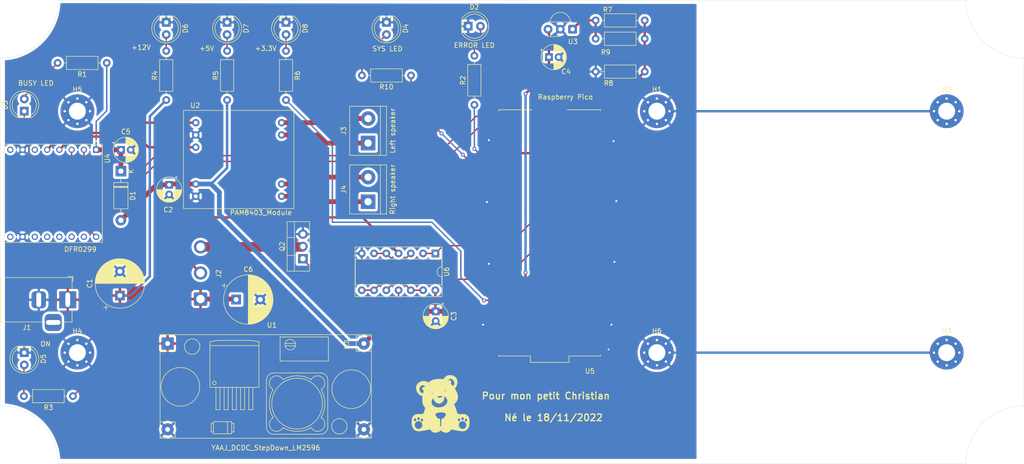
<source format=kicad_pcb>
(kicad_pcb (version 20211014) (generator pcbnew)
  (layers (0 "F.Cu" signal) (31 "B.Cu" signal) (34 "B.Paste" user) (35 "F.Paste" user) (36 "B.SilkS" user "B.Silkscreen") (37 "F.SilkS" user "F.Silkscreen") (38 "B.Mask" user) (39 "F.Mask" user) (44 "Edge.Cuts" user))
  (net 0 "")
  (net 1 "+4V")
  (net 2 "Net-(D2-Pad2)")
  (net 3 "Net-(J2-Pad3)")
  (net 4 "Net-(J3-Pad1)")
  (net 5 "IR_DATA")
  (net 7 "Net-(J3-Pad2)")
  (net 8 "Net-(J4-Pad1)")
  (net 9 "+3.3V")
  (net 16 "Net-(D3-Pad1)")
  (net 32 "WS2811_DATA_3V3")
  (net 35 "WS2811_DATA_5V")
  (net 43 "Net-(D4-Pad2)")
  (net 44 "+5V")
  (net 45 "+12V")
  (net 53 "Net-(J4-Pad2)")
  (net 54 "GND")
  (net 55 "Net-(U2-Pad3)")
  (net 56 "Net-(U2-Pad4)")
  (net 57 "UART_TX")
  (net 58 "UART_RX")
  (net 60 "FET_EN_5V")
  (net 61 "Net-(R2-Pad1)")
  (net 62 "Net-(R7-Pad1)")
  (net 63 "Net-(D5-Pad2)")
  (net 64 "Net-(D6-Pad2)")
  (net 65 "Net-(D7-Pad2)")
  (net 66 "Net-(D8-Pad2)")
  (net 72 "FET_EN_3V3")
  (net 73 "Net-(U6-Pad3)")
  (net 74 "Net-(U6-Pad10)")
  (net 75 "Net-(D3-Pad2)")
  (net 76 "Net-(U5-Pad26)")
  (footprint "LED_THT:LED_D5.0mm" (layer "F.Cu") (at 45 63 90)
    (fp_text reference "D3")
    (fp_text value "BUSY LED")
  )
  (footprint "LED_THT:LED_D5.0mm" (layer "F.Cu") (at 120 44.6 -90)
    (fp_text reference "D4")
    (fp_text value "SYS LED")
  )
  (footprint "Resistor_THT:R_Axial_DIN0207_L6.3mm_D2.5mm_P10.16mm_Horizontal" (layer "F.Cu") (at 87 60.68 90)
    (fp_text reference "R5")
    (fp_text value "3k")
  )
  (footprint "Resistor_THT:R_Axial_DIN0207_L6.3mm_D2.5mm_P10.16mm_Horizontal" (layer "F.Cu") (at 74.4 60.68 90)
    (fp_text reference "R4")
    (fp_text value "3k")
  )
  (footprint "Resistor_THT:R_Axial_DIN0207_L6.3mm_D2.5mm_P10.16mm_Horizontal" (layer "F.Cu") (at 138.2 61.68 90)
    (fp_text reference "R2")
    (fp_text value "1k")
  )
  (footprint "Package_DIP:DIP-14_W7.62mm_Socket" (layer "F.Cu") (at 130.125 92.45 -90)
    (fp_text reference "U6")
    (fp_text value "4011")
  )
  (footprint "LED_THT:LED_D5.0mm" (layer "F.Cu") (at 87 44.6 -90)
    (fp_text reference "D7")
    (fp_text value "+5V")
  )
  (footprint "OptoDevice:Vishay_MINICAST-3Pin" (layer "F.Cu") (at 158.54 46.025 180)
    (fp_text reference "U3")
    (fp_text value "TSOP1838B")
  )
  (footprint "Capacitor_THT:CP_Radial_D5.0mm_P2.00mm" (layer "F.Cu") (at 153.644888 51.8)
    (fp_text reference "C4")
    (fp_text value "1uF")
  )
  (footprint "Capacitor_THT:CP_Radial_D5.0mm_P2.00mm" (layer "F.Cu") (at 65.027401 71)
    (fp_text reference "C5")
    (fp_text value "100uF")
  )
  (footprint "Resistor_THT:R_Axial_DIN0207_L6.3mm_D2.5mm_P10.16mm_Horizontal" (layer "F.Cu") (at 55.08 122 180)
    (fp_text reference "R3")
    (fp_text value "3k")
  )
  (footprint "Resistor_THT:R_Axial_DIN0207_L6.3mm_D2.5mm_P10.16mm_Horizontal" (layer "F.Cu") (at 163.32 48)
    (fp_text reference "R9")
    (fp_text value "10k")
  )
  (footprint "Resistor_THT:R_Axial_DIN0207_L6.3mm_D2.5mm_P10.16mm_Horizontal" (layer "F.Cu") (at 125.08 55.6 180)
    (fp_text reference "R10")
    (fp_text value "1k")
  )
  (footprint "Capacitor_THT:CP_Radial_D5.0mm_P2.00mm" (layer "F.Cu") (at 130.2 104.444888 -90)
    (fp_text reference "C3")
    (fp_text value "1uF")
  )
  (footprint "LED_THT:LED_D5.0mm" (layer "F.Cu") (at 45 113 -90)
    (fp_text reference "D5")
    (fp_text value "ON")
  )
  (footprint "Diode_THT:D_DO-41_SOD81_P10.16mm_Horizontal" (layer "F.Cu") (at 65 75.42 -90)
    (fp_text reference "D1")
    (fp_text value "1N4001")
  )
  (footprint "Resistor_THT:R_Axial_DIN0207_L6.3mm_D2.5mm_P10.16mm_Horizontal" (layer "F.Cu") (at 62.08 53 180)
    (fp_text reference "R1")
    (fp_text value "1k")
  )
  (footprint "Raspberry Pico:Pico" (layer "F.Cu") (at 153.8 88.2 180)
    (fp_text reference "U5")
    (fp_text value "Raspberry Pico")
  )
  (footprint "MountingHole:MountingHole_3.5mm_Pad_Via" (layer "F.Cu") (at 236 63)
    (fp_text reference "H2")
    (fp_text value "MountingHole_Pad")
  )
  (footprint "MountingHole:MountingHole_3.5mm_Pad_Via" (layer "F.Cu") (at 236 113)
    (fp_text reference "H3")
    (fp_text value "MountingHole_Pad")
  )
  (footprint "LED_THT:LED_D5.0mm" (layer "F.Cu") (at 74.4 44.6 -90)
    (fp_text reference "D6")
    (fp_text value "+12V")
  )
  (footprint "Resistor_THT:R_Axial_DIN0207_L6.3mm_D2.5mm_P10.16mm_Horizontal" (layer "F.Cu") (at 163.32 44.2)
    (fp_text reference "R7")
    (fp_text value "10k")
  )
  (footprint "DFR0299:MODULE_DFR0299" (layer "F.Cu") (at 51 80 -90)
    (fp_text reference "U4")
    (fp_text value "DFR0299")
  )
  (footprint "MountingHole:MountingHole_3.5mm_Pad_Via" (layer "F.Cu") (at 56 63)
    (fp_text reference "H5")
    (fp_text value "MountingHole_Pad")
  )
  (footprint "LED_THT:LED_D5.0mm" (layer "F.Cu") (at 99.2 44.6 -90)
    (fp_text reference "D8")
    (fp_text value "+3.3V")
  )
  (footprint "MountingHole:MountingHole_3.5mm_Pad_Via" (layer "F.Cu") (at 56 113)
    (fp_text reference "H4")
    (fp_text value "MountingHole_Pad")
  )
  (footprint "TerminalBlock:TerminalBlock_bornier-2_P5.08mm" (layer "F.Cu") (at 116.2 69.6 90)
    (fp_text reference "J3")
    (fp_text value "Left speaker")
  )
  (footprint "Connector_Wire:SolderWire-1sqmm_1x03_P5.4mm_D1.4mm_OD2.7mm" (layer "F.Cu") (at 81.5 101.9 90)
    (fp_text reference "J2")
    (fp_text value "Conn_01x03_Female")
  )
  (footprint "Resistor_THT:R_Axial_DIN0207_L6.3mm_D2.5mm_P10.16mm_Horizontal" (layer "F.Cu") (at 99.2 50.52 -90)
    (fp_text reference "R6")
    (fp_text value "3k")
  )
  (footprint "MountingHole:MountingHole_3.5mm_Pad_Via" (layer "F.Cu") (at 176 63)
    (fp_text reference "H1")
    (fp_text value "MountingHole_Pad")
  )
  (footprint "Package_TO_SOT_THT:TO-220-3_Vertical" (layer "F.Cu") (at 102.695 93.54 90)
    (fp_text reference "Q2")
    (fp_text value "IRLB3813PBF")
  )
  (footprint "MountingHole:MountingHole_3.5mm_Pad_Via" (layer "F.Cu") (at 176 113)
    (fp_text reference "H6")
    (fp_text value "MountingHole_Pad")
  )
  (footprint "LOGO" (layer "F.Cu") (at 131.2 123.6)
    (fp_text reference "G***" hide)
    (fp_text value "LOGO" hide)
  )
  (footprint "TerminalBlock:TerminalBlock_bornier-2_P5.08mm" (layer "F.Cu") (at 116.2 81.74 90)
    (fp_text reference "J4")
    (fp_text value "Right speaker")
  )
  (footprint "Capacitor_THT:CP_Radial_D10.0mm_P5.00mm" (layer "F.Cu") (at 64.8 101.167677 90)
    (fp_text reference "C1")
    (fp_text value "1mF")
  )
  (footprint "FakeFire_footprint:PAM8403_Module" (layer "F.Cu") (at 80.51 65.38 -90)
    (fp_text reference "U2")
    (fp_text value "PAM8403_Module")
  )
  (footprint "Resistor_THT:R_Axial_DIN0207_L6.3mm_D2.5mm_P10.16mm_Horizontal" (layer "F.Cu") (at 173.48 54.8 180)
    (fp_text reference "R8")
    (fp_text value "10k")
  )
  (footprint "Connector_BarrelJack:BarrelJack_Horizontal" (layer "F.Cu") (at 54 102.0425)
    (fp_text reference "J1")
    (fp_text value "Barrel_Jack")
  )
  (footprint "Module_lm2596:YAAJ_DCDC_StepDown_LM2596" (layer "F.Cu") (at 74.68 111.11)
    (fp_text reference "U1")
    (fp_text value "YAAJ_DCDC_StepDown_LM2596")
  )
  (footprint "Capacitor_THT:CP_Radial_D5.0mm_P2.00mm" (layer "F.Cu") (at 75 78.244888 -90)
    (fp_text reference "C2")
    (fp_text value "100uF")
  )
  (footprint "Capacitor_THT:CP_Radial_D10.0mm_P5.00mm" (layer "F.Cu") (at 88.882323 102)
    (fp_text reference "C6")
    (fp_text value "1mF")
  )
  (footprint "LED_THT:LED_D5.0mm" (layer "F.Cu") (at 136.925 45.4)
    (fp_text reference "D2")
    (fp_text value "ERROR LED")
  )
  (gr_line (start 52 40) (end 240 40) (layer "Edge.Cuts") (width 0.05))
  (gr_line (start 252 52) (end 252 124) (layer "Edge.Cuts") (width 0.05))
  (gr_line (start 240 136) (end 52 136) (layer "Edge.Cuts") (width 0.05))
  (gr_line (start 40 124) (end 40 52) (layer "Edge.Cuts") (width 0.05))
  (gr_arc (start 240 136) (mid 243.514719 127.514719) (end 252 124) (layer "Edge.Cuts") (width 0.05))
  (gr_arc (start 40 124) (mid 48.485281 127.514719) (end 52 136) (layer "Edge.Cuts") (width 0.05))
  (gr_arc (start 52 40) (mid 48.485281 48.485281) (end 40 52) (layer "Edge.Cuts") (width 0.05))
  (gr_arc (start 252 52) (mid 243.514719 48.485281) (end 240 40) (layer "Edge.Cuts") (width 0.05))
  (gr_text "Pour mon petit Christian\n \n   Né le 18/11/2022" (at 153 124.2) (layer "F.SilkS") (effects (font (size 1.4 1.4) (thickness 0.25))))
  (segment (start 59.907 71) (end 59.89 70.983) (width 1) (layer "F.Cu") (net 1))
  (segment (start 64.277401 71) (end 59.907 71) (width 1) (layer "F.Cu") (net 1))
  (segment (start 65 75.42) (end 65 71.027401) (width 1) (layer "F.Cu") (net 1))
  (segment (start 65 71.027401) (end 65.027401 71) (width 1) (layer "F.Cu") (net 1))
  (segment (start 62.08 62.92) (end 62.08 53) (width 0.3) (layer "B.Cu") (net 1))
  (segment (start 59.89 65.11) (end 62.08 62.92) (width 0.3) (layer "B.Cu") (net 1))
  (segment (start 59.89 70.983) (end 59.89 65.11) (width 0.3) (layer "B.Cu") (net 1))
  (segment (start 138.2 48.6) (end 139.6 47.2) (width 0.3) (layer "F.Cu") (net 2))
  (segment (start 139.6 47.2) (end 139.465 47.065) (width 0.3) (layer "F.Cu") (net 2))
  (segment (start 138.2 51.52) (end 138.2 48.6) (width 0.3) (layer "F.Cu") (net 2))
  (segment (start 139.465 47.065) (end 139.465 45.4) (width 0.3) (layer "F.Cu") (net 2))
  (segment (start 81.5 91.1) (end 102.595 91.1) (width 2) (layer "F.Cu") (net 3))
  (segment (start 102.595 91.1) (end 102.695 91) (width 1) (layer "F.Cu") (net 3))
  (segment (start 107.4 69.6) (end 116.2 69.6) (width 1) (layer "F.Cu") (net 4))
  (segment (start 98.29 67.92) (end 105.72 67.92) (width 1) (layer "F.Cu") (net 4))
  (segment (start 105.72 67.92) (end 107.4 69.6) (width 1) (layer "F.Cu") (net 4))
  (segment (start 173.48 44.2) (end 173.48 54.8) (width 0.5) (layer "F.Cu") (net 5))
  (segment (start 169.68 58.6) (end 173.48 54.8) (width 0.5) (layer "F.Cu") (net 5))
  (segment (start 151.91 71.69) (end 165 58.6) (width 0.5) (layer "F.Cu") (net 5))
  (segment (start 144.11 71.69) (end 151.91 71.69) (width 0.5) (layer "F.Cu") (net 5))
  (segment (start 165 58.6) (end 169.68 58.6) (width 0.5) (layer "F.Cu") (net 5))
  (segment (start 107.08 64.52) (end 116.2 64.52) (width 1) (layer "F.Cu") (net 7))
  (segment (start 98.29 65.38) (end 106.22 65.38) (width 1) (layer "F.Cu") (net 7))
  (segment (start 106.22 65.38) (end 107.08 64.52) (width 1) (layer "F.Cu") (net 7))
  (segment (start 98.29 80.62) (end 105.22 80.62) (width 1) (layer "F.Cu") (net 8))
  (segment (start 105.22 80.62) (end 106.4 81.8) (width 1) (layer "F.Cu") (net 8))
  (segment (start 106.46 81.74) (end 116.2 81.74) (width 1) (layer "F.Cu") (net 8))
  (segment (start 106.4 81.8) (end 106.46 81.74) (width 1) (layer "F.Cu") (net 8))
  (segment (start 144.11 102.17) (end 140.23 102.17) (width 0.3) (layer "F.Cu") (net 9))
  (segment (start 140.23 102.17) (end 140.2 102.2) (width 0.3) (layer "F.Cu") (net 9))
  (via (at 140.2 102.2) (size 0.8) (drill 0.4) (layers "F.Cu" "B.Cu") (net 9))
  (segment (start 108.8 86) (end 108.8 70.28) (width 0.3) (layer "B.Cu") (net 9))
  (segment (start 129.4 86) (end 108.8 86) (width 0.3) (layer "B.Cu") (net 9))
  (segment (start 135.4 92) (end 129.4 86) (width 0.3) (layer "B.Cu") (net 9))
  (segment (start 135.4 97.4) (end 135.4 92) (width 0.3) (layer "B.Cu") (net 9))
  (segment (start 108.8 70.28) (end 99.2 60.68) (width 0.3) (layer "B.Cu") (net 9))
  (segment (start 140.2 102.2) (end 135.4 97.4) (width 0.3) (layer "B.Cu") (net 9))
  (segment (start 46 69) (end 46 79.75) (width 0.3) (layer "F.Cu") (net 16))
  (segment (start 45 63) (end 45 68) (width 0.3) (layer "F.Cu") (net 16))
  (segment (start 50.623 79.75) (end 59.89 89.017) (width 0.3) (layer "F.Cu") (net 16))
  (segment (start 45 68) (end 46 69) (width 0.3) (layer "F.Cu") (net 16))
  (segment (start 46 79.75) (end 50.623 79.75) (width 0.3) (layer "F.Cu") (net 16))
  (segment (start 157.8 69.4) (end 157.8 78.213539) (width 0.3) (layer "F.Cu") (net 32))
  (segment (start 131.722295 90.852705) (end 130.125 92.45) (width 0.3) (layer "F.Cu") (net 32))
  (segment (start 163.13 64.07) (end 157.8 69.4) (width 0.3) (layer "F.Cu") (net 32))
  (segment (start 163.49 64.07) (end 163.13 64.07) (width 0.3) (layer "F.Cu") (net 32))
  (segment (start 130.125 92.45) (end 127.585 92.45) (width 0.3) (layer "F.Cu") (net 32))
  (segment (start 145.160834 90.852705) (end 131.722295 90.852705) (width 0.3) (layer "F.Cu") (net 32))
  (segment (start 157.8 78.213539) (end 145.160834 90.852705) (width 0.3) (layer "F.Cu") (net 32))
  (segment (start 122.505 92.45) (end 115.055 85) (width 0.5) (layer "F.Cu") (net 35))
  (segment (start 76.6 88.8) (end 76.6 91.6) (width 0.5) (layer "F.Cu") (net 35))
  (segment (start 80.4 85) (end 76.6 88.8) (width 0.5) (layer "F.Cu") (net 35))
  (segment (start 115.055 85) (end 80.4 85) (width 0.5) (layer "F.Cu") (net 35))
  (segment (start 76.6 91.6) (end 81.5 96.5) (width 0.5) (layer "F.Cu") (net 35))
  (segment (start 114.92 52.22) (end 120 47.14) (width 0.3) (layer "F.Cu") (net 43))
  (segment (start 114.92 55.6) (end 114.92 52.22) (width 0.3) (layer "F.Cu") (net 43))
  (segment (start 115.32 111.11) (end 121.985112 104.444888) (width 1) (layer "F.Cu") (net 44))
  (segment (start 133.644888 104.444888) (end 130.2 104.444888) (width 1) (layer "F.Cu") (net 44))
  (segment (start 153.644888 51.8) (end 153.644888 46.209888) (width 0.5) (layer "F.Cu") (net 44))
  (segment (start 148.8 59.4) (end 153.644888 54.555112) (width 0.5) (layer "F.Cu") (net 44))
  (segment (start 153.644888 54.555112) (end 153.644888 51.8) (width 0.5) (layer "F.Cu") (net 44))
  (segment (start 148.6 110.2) (end 148.8 110) (width 0.5) (layer "F.Cu") (net 44))
  (segment (start 75.164888 78.08) (end 75 78.244888) (width 1) (layer "F.Cu") (net 44))
  (segment (start 144.11 112.33) (end 141.53 112.33) (width 1) (layer "F.Cu") (net 44))
  (segment (start 130.125 104.369888) (end 130.2 104.444888) (width 0.5) (layer "F.Cu") (net 44))
  (segment (start 141.53 112.33) (end 133.644888 104.444888) (width 1) (layer "F.Cu") (net 44))
  (segment (start 153.644888 46.209888) (end 153.46 46.025) (width 0.5) (layer "F.Cu") (net 44))
  (segment (start 130.125 100.07) (end 130.125 104.369888) (width 0.5) (layer "F.Cu") (net 44))
  (segment (start 144.11 112.33) (end 146.47 112.33) (width 0.5) (layer "F.Cu") (net 44))
  (segment (start 146.47 112.33) (end 148.6 110.2) (width 0.5) (layer "F.Cu") (net 44))
  (segment (start 75 78.244888) (end 72.335112 78.244888) (width 1) (layer "F.Cu") (net 44))
  (segment (start 121.985112 104.444888) (end 130.2 104.444888) (width 1) (layer "F.Cu") (net 44))
  (segment (start 148.8 110) (end 148.8 96.4) (width 0.5) (layer "F.Cu") (net 44))
  (segment (start 80.51 78.08) (end 75.164888 78.08) (width 1) (layer "F.Cu") (net 44))
  (segment (start 72.335112 78.244888) (end 65 85.58) (width 1) (layer "F.Cu") (net 44))
  (via (at 148.8 96.4) (size 0.8) (drill 0.4) (layers "F.Cu" "B.Cu") (net 44))
  (via (at 148.8 59.4) (size 0.8) (drill 0.4) (layers "F.Cu" "B.Cu") (net 44))
  (segment (start 148.8 96.4) (end 148.8 84) (width 0.5) (layer "B.Cu") (net 44))
  (segment (start 83.68 78.08) (end 80.51 78.08) (width 1) (layer "B.Cu") (net 44))
  (segment (start 87 74.76) (end 87 60.68) (width 0.5) (layer "B.Cu") (net 44))
  (segment (start 85.4 79.8) (end 83.68 78.08) (width 1) (layer "B.Cu") (net 44))
  (segment (start 115.32 111.11) (end 112.11 111.11) (width 1) (layer "B.Cu") (net 44))
  (segment (start 83.68 78.08) (end 87 74.76) (width 0.5) (layer "B.Cu") (net 44))
  (segment (start 85.4 84.4) (end 85.4 79.8) (width 1) (layer "B.Cu") (net 44))
  (segment (start 112.11 111.11) (end 85.4 84.4) (width 1) (layer "B.Cu") (net 44))
  (segment (start 148.8 84) (end 148.8 60.2) (width 0.5) (layer "B.Cu") (net 44))
  (segment (start 148.8 60.2) (end 148.8 59.4) (width 0.5) (layer "B.Cu") (net 44))
  (segment (start 88.782323 101.9) (end 88.882323 102) (width 1) (layer "F.Cu") (net 45))
  (segment (start 60.697677 116.382323) (end 55.08 122) (width 0.3) (layer "F.Cu") (net 45))
  (segment (start 65 116.382323) (end 60.697677 116.382323) (width 0.3) (layer "F.Cu") (net 45))
  (segment (start 81.5 101.9) (end 88.782323 101.9) (width 1) (layer "F.Cu") (net 45))
  (segment (start 67.032323 101.167677) (end 71 97.2) (width 0.5) (layer "B.Cu") (net 45))
  (segment (start 71 64.08) (end 74.4 60.68) (width 0.5) (layer "B.Cu") (net 45))
  (segment (start 71 97.2) (end 71 64.08) (width 0.5) (layer "B.Cu") (net 45))
  (segment (start 64.8 101.167677) (end 67.032323 101.167677) (width 0.5) (layer "B.Cu") (net 45))
  (segment (start 106.26 76.66) (end 116.2 76.66) (width 1) (layer "F.Cu") (net 53))
  (segment (start 104.72 78.08) (end 106.2 76.6) (width 1) (layer "F.Cu") (net 53))
  (segment (start 106.2 76.6) (end 106.26 76.66) (width 1) (layer "F.Cu") (net 53))
  (segment (start 98.29 78.08) (end 104.72 78.08) (width 1) (layer "F.Cu") (net 53))
  (segment (start 166.55 107.25) (end 166.6 107.2) (width 0.3) (layer "F.Cu") (net 54))
  (segment (start 166.85 94.55) (end 167.2 94.2) (width 0.3) (layer "F.Cu") (net 54))
  (segment (start 163.49 94.55) (end 166.85 94.55) (width 0.3) (layer "F.Cu") (net 54))
  (segment (start 141.35 69.15) (end 141.2 69) (width 0.3) (layer "F.Cu") (net 54))
  (segment (start 163.49 69.15) (end 166.95 69.15) (width 0.3) (layer "F.Cu") (net 54))
  (segment (start 140.85 81.85) (end 140.8 81.8) (width 0.3) (layer "F.Cu") (net 54))
  (segment (start 144.11 94.55) (end 141.25 94.55) (width 0.3) (layer "F.Cu") (net 54))
  (segment (start 144.11 69.15) (end 141.35 69.15) (width 0.3) (layer "F.Cu") (net 54))
  (segment (start 163.49 107.25) (end 166.55 107.25) (width 0.3) (layer "F.Cu") (net 54))
  (segment (start 144.11 107.25) (end 144.06 107.2) (width 0.3) (layer "F.Cu") (net 54))
  (segment (start 163.49 81.85) (end 167.35 81.85) (width 0.3) (layer "F.Cu") (net 54))
  (segment (start 144.06 107.2) (end 140 107.2) (width 0.3) (layer "F.Cu") (net 54))
  (segment (start 166.95 69.15) (end 167 69.2) (width 0.3) (layer "F.Cu") (net 54))
  (segment (start 167.35 81.85) (end 167.6 81.6) (width 0.3) (layer "F.Cu") (net 54))
  (segment (start 141.25 94.55) (end 141.2 94.6) (width 0.3) (layer "F.Cu") (net 54))
  (segment (start 144.11 81.85) (end 140.85 81.85) (width 0.3) (layer "F.Cu") (net 54))
  (via (at 141.2 69) (size 0.8) (drill 0.4) (layers "F.Cu" "B.Cu") (net 54))
  (via (at 140.8 81.8) (size 0.8) (drill 0.4) (layers "F.Cu" "B.Cu") (net 54))
  (via (at 141.2 94.6) (size 0.8) (drill 0.4) (layers "F.Cu" "B.Cu") (net 54))
  (via (at 140 107.2) (size 0.8) (drill 0.4) (layers "F.Cu" "B.Cu") (net 54))
  (via (at 167.6 81.6) (size 0.8) (drill 0.4) (layers "F.Cu" "B.Cu") (net 54))
  (via (at 167 69.2) (size 0.8) (drill 0.4) (layers "F.Cu" "B.Cu") (net 54))
  (via (at 167.2 94.2) (size 0.8) (drill 0.4) (layers "F.Cu" "B.Cu") (net 54))
  (via (at 166.6 107.2) (size 0.8) (drill 0.4) (layers "F.Cu" "B.Cu") (net 54))
  (segment (start 233.375 63) (end 178.625 63) (width 0.5) (layer "B.Cu") (net 54))
  (segment (start 233.375 113) (end 176 113) (width 0.5) (layer "B.Cu") (net 54))
  (segment (start 49.73 70.983) (end 53.213 67.5) (width 0.5) (layer "F.Cu") (net 55))
  (segment (start 53.213 67.5) (end 60.75 67.5) (width 0.5) (layer "F.Cu") (net 55))
  (segment (start 62.87 65.38) (end 80.51 65.38) (width 0.5) (layer "F.Cu") (net 55))
  (segment (start 60.75 67.5) (end 62.87 65.38) (width 0.5) (layer "F.Cu") (net 55))
  (segment (start 70.71 70.46) (end 80.51 70.46) (width 0.5) (layer "F.Cu") (net 56))
  (segment (start 52.27 70.983) (end 55.003 68.25) (width 0.5) (layer "F.Cu") (net 56))
  (segment (start 68.5 68.25) (end 70.71 70.46) (width 0.5) (layer "F.Cu") (net 56))
  (segment (start 55.003 68.25) (end 68.5 68.25) (width 0.5) (layer "F.Cu") (net 56))
  (segment (start 138.53 64.07) (end 130.4 72.2) (width 0.3) (layer "F.Cu") (net 57))
  (segment (start 72.2 72.2) (end 66 78.4) (width 0.3) (layer "F.Cu") (net 57))
  (segment (start 66 78.4) (end 62.4 78.4) (width 0.3) (layer "F.Cu") (net 57))
  (segment (start 144.11 64.07) (end 138.53 64.07) (width 0.3) (layer "F.Cu") (net 57))
  (segment (start 57.35 73.35) (end 57.35 70.983) (width 0.3) (layer "F.Cu") (net 57))
  (segment (start 62.4 78.4) (end 57.35 73.35) (width 0.3) (layer "F.Cu") (net 57))
  (segment (start 130.4 72.2) (end 72.2 72.2) (width 0.3) (layer "F.Cu") (net 57))
  (segment (start 138.79 66.61) (end 144.11 66.61) (width 0.3) (layer "F.Cu") (net 58))
  (segment (start 62.8 80.2) (end 66 80.2) (width 0.3) (layer "F.Cu") (net 58))
  (segment (start 54.81 72.21) (end 62.8 80.2) (width 0.3) (layer "F.Cu") (net 58))
  (segment (start 72.8 73.4) (end 132 73.4) (width 0.3) (layer "F.Cu") (net 58))
  (segment (start 54.81 70.983) (end 54.81 72.21) (width 0.3) (layer "F.Cu") (net 58))
  (segment (start 132 73.4) (end 138.79 66.61) (width 0.3) (layer "F.Cu") (net 58))
  (segment (start 66 80.2) (end 72.8 73.4) (width 0.3) (layer "F.Cu") (net 58))
  (segment (start 122.505 101.995) (end 122.25 102.25) (width 0.3) (layer "F.Cu") (net 60))
  (segment (start 111.25 102.25) (end 102.695 93.695) (width 0.3) (layer "F.Cu") (net 60))
  (segment (start 122.505 100.07) (end 122.505 101.995) (width 0.3) (layer "F.Cu") (net 60))
  (segment (start 102.695 93.695) (end 102.695 93.54) (width 0.3) (layer "F.Cu") (net 60))
  (segment (start 122.25 102.25) (end 111.25 102.25) (width 0.3) (layer "F.Cu") (net 60))
  (segment (start 141.63 74.23) (end 138.2 70.8) (width 0.3) (layer "F.Cu") (net 61))
  (segment (start 144.11 74.23) (end 141.63 74.23) (width 0.3) (layer "F.Cu") (net 61))
  (via (at 138.2 70.8) (size 0.8) (drill 0.4) (layers "F.Cu" "B.Cu") (net 61))
  (segment (start 138.2 70.8) (end 138.2 61.68) (width 0.3) (layer "B.Cu") (net 61))
  (segment (start 163.32 44.2) (end 163.32 48) (width 0.5) (layer "F.Cu") (net 62))
  (segment (start 158.54 46.025) (end 160.365 44.2) (width 0.5) (layer "F.Cu") (net 62))
  (segment (start 160.365 44.2) (end 163.32 44.2) (width 0.5) (layer "F.Cu") (net 62))
  (segment (start 44.92 115.62) (end 45 115.54) (width 0.3) (layer "F.Cu") (net 63))
  (segment (start 44.92 122) (end 44.92 115.62) (width 0.3) (layer "F.Cu") (net 63))
  (segment (start 74.4 50.52) (end 74.4 47.14) (width 0.3) (layer "F.Cu") (net 64))
  (segment (start 87 50.52) (end 87 47.14) (width 0.3) (layer "F.Cu") (net 65))
  (segment (start 99.2 50.52) (end 99.2 47.14) (width 0.3) (layer "F.Cu") (net 66))
  (segment (start 146.265001 95.934999) (end 159.4 82.8) (width 0.3) (layer "F.Cu") (net 72))
  (segment (start 140.465001 95.934999) (end 146.265001 95.934999) (width 0.3) (layer "F.Cu") (net 72))
  (segment (start 114.885 100.07) (end 117.425 100.07) (width 0.3) (layer "F.Cu") (net 72))
  (segment (start 161.99 66.61) (end 163.49 66.61) (width 0.3) (layer "F.Cu") (net 72))
  (segment (start 117.425 100.07) (end 119.695 97.8) (width 0.3) (layer "F.Cu") (net 72))
  (segment (start 159.4 69.2) (end 161.99 66.61) (width 0.3) (layer "F.Cu") (net 72))
  (segment (start 119.695 97.8) (end 138.6 97.8) (width 0.3) (layer "F.Cu") (net 72))
  (segment (start 159.4 82.8) (end 159.4 69.2) (width 0.3) (layer "F.Cu") (net 72))
  (segment (start 138.6 97.8) (end 140.465001 95.934999) (width 0.3) (layer "F.Cu") (net 72))
  (segment (start 119.965 92.45) (end 121.515 94) (width 0.3) (layer "F.Cu") (net 73))
  (segment (start 123.495 94) (end 125.045 92.45) (width 0.3) (layer "F.Cu") (net 73))
  (segment (start 119.965 92.45) (end 117.425 92.45) (width 0.3) (layer "F.Cu") (net 73))
  (segment (start 121.515 94) (end 123.495 94) (width 0.3) (layer "F.Cu") (net 73))
  (segment (start 123.475 98.5) (end 121.535 98.5) (width 0.3) (layer "F.Cu") (net 74))
  (segment (start 125.045 100.07) (end 123.475 98.5) (width 0.3) (layer "F.Cu") (net 74))
  (segment (start 125.045 100.07) (end 127.585 100.07) (width 0.3) (layer "F.Cu") (net 74))
  (segment (start 121.535 98.5) (end 119.965 100.07) (width 0.3) (layer "F.Cu") (net 74))
  (segment (start 45 59.92) (end 45 60.46) (width 0.3) (layer "F.Cu") (net 75))
  (segment (start 51.92 53) (end 45 59.92) (width 0.3) (layer "F.Cu") (net 75))
  (segment (start 140.57 76.77) (end 135.8 72) (width 0.3) (layer "F.Cu") (net 76))
  (segment (start 144.11 76.77) (end 140.57 76.77) (width 0.3) (layer "F.Cu") (net 76))
  (segment (start 131.4 67.6) (end 125.08 61.28) (width 0.3) (layer "F.Cu") (net 76))
  (segment (start 125.08 61.28) (end 125.08 55.6) (width 0.3) (layer "F.Cu") (net 76))
  (via (at 135.8 72) (size 0.8) (drill 0.4) (layers "F.Cu" "B.Cu") (net 76))
  (via (at 131.4 67.6) (size 0.8) (drill 0.4) (layers "F.Cu" "B.Cu") (net 76))
  (segment (start 135.8 72) (end 131.4 67.6) (width 0.3) (layer "B.Cu") (net 76))
  (zone (net 45) (net_name "+12V") (layer "F.Cu") (connect_pads (clearance 0.508)) (min_thickness 0.254) (fill yes (thermal_gap 0.508) (thermal_bridge_width 0.508) (smoothing fillet) (radius 2))
    (polygon (pts (xy 74.75 99.25) (xy 85.75 99.25) (xy 85.75 119) (xy 74.25 119) (xy 62.734757 118.862805) (xy 60.75 118.75) (xy 60.75 115.75) (xy 60.767025 108.259264) (xy 54.25 108.25) (xy 54.25 104.75) (xy 51.25 104.25) (xy 51 99.25)))
  )
  (zone (net 54) (net_name "GND") (layer "B.Cu") (connect_pads (clearance 0.508)) (min_thickness 0.254) (fill yes (thermal_gap 0.508) (thermal_bridge_width 0.508))
    (polygon (pts (xy 184.2 40.8) (xy 184.2 135) (xy 41 135) (xy 41 40.6)))
  )
)
</source>
